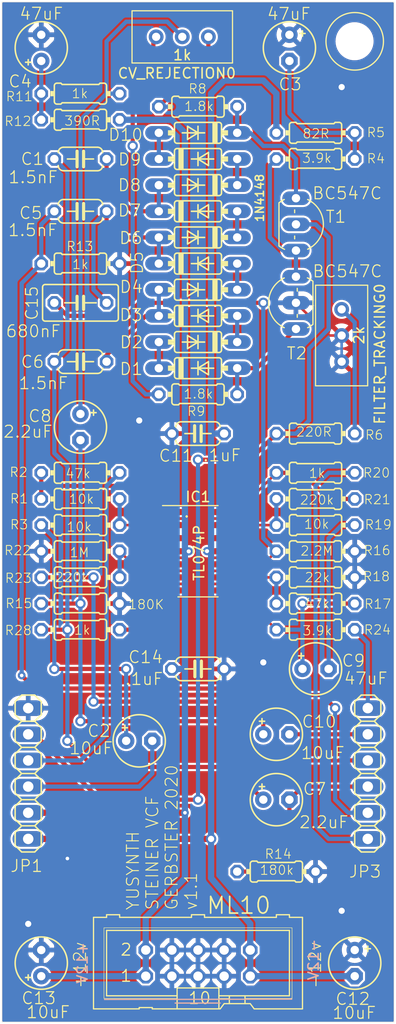
<source format=kicad_pcb>
(kicad_pcb (version 20211014) (generator pcbnew)
  (layers (0 "F.Cu" signal) (31 "B.Cu" signal) (34 "B.Paste" user) (35 "F.Paste" user) (36 "B.SilkS" user "B.Silkscreen") (37 "F.SilkS" user "F.Silkscreen") (38 "B.Mask" user) (39 "F.Mask" user) (44 "Edge.Cuts" user))
  (net 0 "")
  (net 1 "-12V")
  (net 2 "+12V")
  (net 3 "GND")
  (net 4 "Net-(C1-Pad1)")
  (net 5 "Net-(C1-Pad2)")
  (net 6 "Net-(C2-Pad+)")
  (net 7 "/M_AUDIO_IN")
  (net 8 "Net-(C3-Pad-)")
  (net 9 "Net-(C4-Pad+)")
  (net 10 "Net-(C15-Pad1)")
  (net 11 "/M_HP_IN")
  (net 12 "Net-(C6-Pad1)")
  (net 13 "/M_BP_IN")
  (net 14 "Net-(C8-Pad+)")
  (net 15 "/M_LP_IN")
  (net 16 "Net-(C9-Pad+)")
  (net 17 "Net-(C9-Pad-)")
  (net 18 "Net-(C10-Pad+)")
  (net 19 "/M_RES_B")
  (net 20 "Net-(C15-Pad2)")
  (net 21 "Net-(D1-PadA)")
  (net 22 "Net-(D1-PadC)")
  (net 23 "Net-(D2-PadC)")
  (net 24 "Net-(D4-PadC)")
  (net 25 "Net-(D6-PadC)")
  (net 26 "Net-(D8-PadC)")
  (net 27 "Net-(D10-PadA)")
  (net 28 "Net-(D10-PadC)")
  (net 29 "Net-(IC1-Pad1)")
  (net 30 "Net-(IC1-Pad2)")
  (net 31 "Net-(IC1-Pad5)")
  (net 32 "Net-(IC1-Pad6)")
  (net 33 "Net-(IC1-Pad9)")
  (net 34 "Net-(IC1-Pad13)")
  (net 35 "Net-(IC1-Pad14)")
  (net 36 "/M_SELECT_IN")
  (net 37 "/M_CV_IN")
  (net 38 "/M_RES_A")
  (net 39 "/M_AUDIO_OUT")
  (net 40 "Net-(R4-Pad2)")
  (net 41 "Net-(FILTER_TRACKING0-Pad3)")
  (net 42 "Net-(R8-Pad2)")
  (net 43 "Net-(CV_REJECTION0-Pad3)")
  (footprint "mainboard:0204_7" (layer "F.Cu") (at 159.9311 108.8136 180)
    (fp_text reference "R16")
    (fp_text value "2.2M")
  )
  (footprint "mainboard:0204_7" (layer "F.Cu") (at 137.0711 80.8736 180)
    (fp_text reference "R13")
    (fp_text value "1k")
  )
  (footprint "mainboard:0204_7" (layer "F.Cu") (at 148.5011 93.5736 180)
    (fp_text reference "R9")
    (fp_text value "1.8k")
  )
  (footprint "mainboard:E2,5-5" (layer "F.Cu") (at 159.9311 120.2436)
    (fp_text reference "C9")
    (fp_text value "47uF")
  )
  (footprint "MountingHole:MountingHole_3.2mm_M3" (layer "F.Cu") (at 163.725 59.275)
    (fp_text reference "REF**" hide)
    (fp_text value "MountingHole_3.2mm_M3" hide)
  )
  (footprint "mainboard:E2,5-5" (layer "F.Cu") (at 133.2611 59.9186 90)
    (fp_text reference "C4")
    (fp_text value "47uF")
  )
  (footprint "mainboard:0204_7" (layer "F.Cu") (at 159.9311 68.1736)
    (fp_text reference "R5")
    (fp_text value "82R")
  )
  (footprint "mainboard:DO35-7" (layer "F.Cu") (at 148.5011 80.8736)
    (fp_text reference "D5")
    (fp_text value "1N4148DO35-7" hide)
  )
  (footprint "mainboard:0204_7" (layer "F.Cu") (at 137.0711 116.4336)
    (fp_text reference "R28")
    (fp_text value "1k")
  )
  (footprint "Potentiometer_THT:Potentiometer_Bourns_3296W_Vertical" (layer "F.Cu") (at 149.5111 58.8486)
    (fp_text reference "CV_REJECTION0")
    (fp_text value "1k")
  )
  (footprint "mainboard:DO35-7" (layer "F.Cu") (at 148.5011 70.7136)
    (fp_text reference "D9")
    (fp_text value "1N4148DO35-7" hide)
  )
  (footprint "mainboard:DO35-7" (layer "F.Cu") (at 148.5011 88.4936 180)
    (fp_text reference "D2")
    (fp_text value "1N4148DO35-7" hide)
  )
  (footprint "mainboard:DO35-7" (layer "F.Cu") (at 148.5011 73.2536 180)
    (fp_text reference "D8")
    (fp_text value "1N4148DO35-7" hide)
  )
  (footprint "mainboard:0204_7" (layer "F.Cu") (at 159.9311 111.3536 180)
    (fp_text reference "R18")
    (fp_text value "22k")
  )
  (footprint "mainboard:DO35-7" (layer "F.Cu") (at 148.5011 68.1736 180)
    (fp_text reference "D10")
    (fp_text value "1N4148DO35-7" hide)
  )
  (footprint "Package_SO:SOIC-14_3.9x8.7mm_P1.27mm" (layer "F.Cu") (at 148.5011 108.8136)
    (fp_text reference "IC1")
    (fp_text value "TL074P")
  )
  (footprint "mainboard:0204_7" (layer "F.Cu") (at 159.9311 116.4336)
    (fp_text reference "R24")
    (fp_text value "3.9k")
  )
  (footprint "mainboard:0204_7" (layer "F.Cu") (at 159.9311 103.7336)
    (fp_text reference "R21")
    (fp_text value "220k")
  )
  (footprint "mainboard:0204_7" (layer "F.Cu") (at 137.0711 103.7336 180)
    (fp_text reference "R1")
    (fp_text value "10k")
  )
  (footprint "mainboard:0204_7" (layer "F.Cu") (at 159.9311 97.3836 180)
    (fp_text reference "R6")
    (fp_text value "220R")
  )
  (footprint "mainboard:C050-024X044" (layer "F.Cu") (at 137.0711 70.7136 180)
    (fp_text reference "C1")
    (fp_text value "1.5nF")
  )
  (footprint "mainboard:0204_7" (layer "F.Cu") (at 137.0711 108.8136)
    (fp_text reference "R22")
    (fp_text value "1M")
  )
  (footprint "mainboard:0204_7" (layer "F.Cu") (at 148.5011 65.6336 180)
    (fp_text reference "R8")
    (fp_text value "1.8k")
  )
  (footprint "mainboard:0204_7" (layer "F.Cu") (at 137.0711 113.8936 180)
    (fp_text reference "R15")
    (fp_text value "180K")
  )
  (footprint "mainboard:C050-035X075" (layer "F.Cu") (at 137.0711 84.6836 180)
    (fp_text reference "C15")
    (fp_text value "680nF")
  )
  (footprint "mainboard:E2,5-5" (layer "F.Cu") (at 137.0711 96.7486 -90)
    (fp_text reference "C8")
    (fp_text value "2.2uF")
  )
  (footprint "mainboard:DO35-7" (layer "F.Cu") (at 148.5011 91.0336)
    (fp_text reference "D1")
    (fp_text value "1N4148DO35-7" hide)
  )
  (footprint "mainboard:0204_7" (layer "F.Cu") (at 137.0711 111.3536 180)
    (fp_text reference "R23")
    (fp_text value "220k")
  )
  (footprint "mainboard:0204_7" (layer "F.Cu") (at 159.9311 113.8936)
    (fp_text reference "R17")
    (fp_text value "47k")
  )
  (footprint "mainboard:0204_7" (layer "F.Cu") (at 137.0711 106.2736)
    (fp_text reference "R3")
    (fp_text value "10k")
  )
  (footprint "mainboard:E2,5-5" (layer "F.Cu") (at 163.7411 148.8186 -90)
    (fp_text reference "C12")
    (fp_text value "10uF")
  )
  (footprint "mainboard:0204_7" (layer "F.Cu") (at 156.1211 139.9286 180)
    (fp_text reference "R14")
    (fp_text value "180k")
  )
  (footprint "mainboard:E2,5-5" (layer "F.Cu") (at 133.2611 148.8186 90)
    (fp_text reference "C13")
    (fp_text value "10uF")
  )
  (footprint "mainboard:C050-024X044" (layer "F.Cu") (at 137.0711 75.7936 180)
    (fp_text reference "C5")
    (fp_text value "1.5nF")
  )
  (footprint "mainboard:1X06" (layer "F.Cu") (at 131.9911 130.4036 90)
    (fp_text reference "JP1")
    (fp_text value "PINHD-1X6" hide)
  )
  (footprint "mainboard:0204_7" (layer "F.Cu") (at 159.9311 70.7136 180)
    (fp_text reference "R4")
    (fp_text value "3.9k")
  )
  (footprint "mainboard:C050-024X044" (layer "F.Cu") (at 137.0711 90.3986 180)
    (fp_text reference "C6")
    (fp_text value "1.5nF")
  )
  (footprint "mainboard:0204_7" (layer "F.Cu") (at 159.9311 106.2736 180)
    (fp_text reference "R19")
    (fp_text value "10k")
  )
  (footprint "mainboard:C050-024X044" (layer "F.Cu") (at 148.5011 97.3836 180)
    (fp_text reference "C11")
    (fp_text value ".1uF")
  )
  (footprint "mainboard:0204_7" (layer "F.Cu") (at 137.0711 64.3636 180)
    (fp_text reference "R11")
    (fp_text value "1k")
  )
  (footprint "mainboard:C050-024X044" (layer "F.Cu") (at 148.5011 120.2436)
    (fp_text reference "C14")
    (fp_text value ".1uF")
  )
  (footprint "mainboard:DO35-7" (layer "F.Cu") (at 148.5011 75.7936)
    (fp_text reference "D7")
    (fp_text value "1N4148DO35-7" hide)
  )
  (footprint "mainboard:DO35-7" (layer "F.Cu") (at 148.5011 83.4136 180)
    (fp_text reference "D4")
    (fp_text value "1N4148DO35-7" hide)
  )
  (footprint "mainboard:E2,5-5" (layer "F.Cu") (at 156.1211 126.5936)
    (fp_text reference "C10")
    (fp_text value "10uF")
  )
  (footprint "mainboard:E2,5-5" (layer "F.Cu") (at 156.1211 132.9436)
    (fp_text reference "C7")
    (fp_text value "2.2uF")
  )
  (footprint "mainboard:E2,5-5" (layer "F.Cu") (at 157.3911 59.9186 -90)
    (fp_text reference "C3")
    (fp_text value "47uF")
  )
  (footprint "mainboard:0204_7" (layer "F.Cu") (at 137.0711 66.9036)
    (fp_text reference "R12")
    (fp_text value "390R")
  )
  (footprint "mainboard:E2,5-5" (layer "F.Cu") (at 142.7861 127.2286)
    (fp_text reference "C2")
    (fp_text value "10uF")
  )
  (footprint "mainboard:0204_7" (layer "F.Cu") (at 137.0711 101.1936)
    (fp_text reference "R2")
    (fp_text value "47k")
  )
  (footprint "mainboard:0204_7" (layer "F.Cu") (at 159.9311 101.1936)
    (fp_text reference "R20")
    (fp_text value "1k")
  )
  (footprint "Potentiometer_THT:Potentiometer_Bourns_3296W_Vertical" (layer "F.Cu") (at 162.4711 90.3986 -90)
    (fp_text reference "FILTER_TRACKING0")
    (fp_text value "2k")
  )
  (footprint "mainboard:DO35-7" (layer "F.Cu") (at 148.5011 78.3336 180)
    (fp_text reference "D6")
    (fp_text value "1N4148DO35-7" hide)
  )
  (footprint "mainboard:TO92-CBE" (layer "F.Cu") (at 158.0261 84.6836 90)
    (fp_text reference "T2")
    (fp_text value "BC547C")
  )
  (footprint "mainboard:ML10" (layer "F.Cu") (at 148.5011 148.8186)
    (fp_text reference "PWR0" hide)
    (fp_text value "ML10")
  )
  (footprint "mainboard:1X06" (layer "F.Cu") (at 165.0111 130.4036 -90)
    (fp_text reference "JP3")
    (fp_text value "PINHD-1X6" hide)
  )
  (footprint "mainboard:DO35-7" (layer "F.Cu") (at 148.5011 85.9536)
    (fp_text reference "D3")
    (fp_text value "1N4148DO35-7" hide)
  )
  (footprint "mainboard:TO92-CBE" (layer "F.Cu") (at 158.0261 77.0636 -90)
    (fp_text reference "T1")
    (fp_text value "BC547C")
  )
  (gr_line (start 139.41 152.35) (end 157.62 152.32) (layer "B.SilkS") (width 0.12))
  (gr_line (start 146.28 152.7) (end 150.66 152.7) (layer "B.SilkS") (width 0.12))
  (gr_circle (center 163.7411 59.2836) (end 166.5351 59.2836) (layer "F.SilkS") (width 0.127) (fill none))
  (gr_line (start 167.5511 55.4736) (end 129.4511 55.4736) (layer "Edge.Cuts") (width 0.05))
  (gr_line (start 167.5511 154.5336) (end 167.5511 55.4736) (layer "Edge.Cuts") (width 0.05))
  (gr_line (start 129.4511 55.4736) (end 129.4511 154.5336) (layer "Edge.Cuts") (width 0.05))
  (gr_line (start 129.4511 154.5336) (end 167.5511 154.5336) (layer "Edge.Cuts") (width 0.05))
  (gr_text "-12V" (at 159.73 148.47 90) (layer "B.SilkS") (effects (font (size 1 1)) (justify mirror)))
  (gr_text "+12V" (at 137.26 148.8 90) (layer "B.SilkS") (effects (font (size 1 1)) (justify mirror)))
  (gr_text "+12v" (at 137.7061 151.3586 90) (layer "F.SilkS") (effects (font (size 1.1684 1.1684) (thickness 0.1016)) (justify left bottom)))
  (gr_text "YUSYNTH\nSTEINER VCF\nGERBSTER 2020\nv1.1" (at 148.5011 143.7386 90) (layer "F.SilkS") (effects (font (size 1.1684 1.1684) (thickness 0.1016)) (justify left bottom)))
  (gr_text "-12v" (at 160.5661 151.3586 90) (layer "F.SilkS") (effects (font (size 1.1684 1.1684) (thickness 0.1016)) (justify left bottom)))
  (gr_text "1N4148" (at 154.5 74.5 90) (layer "F.SilkS") (effects (font (size 0.8 0.8))))
  (gr_text "." (at 147.4 105.025) (layer "F.SilkS") (effects (font (size 1 1))))
  (segment (start 150.9761 108.8136) (end 149.3886 108.8136) (width 0.25) (layer "F.Cu") (net 1))
  (segment (start 149.3886 108.8136) (end 149.375 108.8) (width 0.25) (layer "F.Cu") (net 1))
  (segment (start 131.9911 136.7536) (end 149.7711 136.7536) (width 0.6096) (layer "F.Cu") (net 1))
  (via (at 149.7711 136.7536) (size 1.016) (drill 0.6096) (layers "F.Cu" "B.Cu") (net 1))
  (via (at 149.375 108.8) (size 0.8) (drill 0.4) (layers "F.Cu" "B.Cu") (net 1))
  (segment (start 151.0411 97.3836) (end 149.7711 97.3836) (width 0.6096) (layer "B.Cu") (net 1))
  (segment (start 149.375 108.8) (end 149.7711 108.4039) (width 0.25) (layer "B.Cu") (net 1))
  (segment (start 153.5811 147.5486) (end 153.5811 145.0086) (width 0.6096) (layer "B.Cu") (net 1))
  (segment (start 154.8511 63.0936) (end 156.1211 64.3636) (width 0.6096) (layer "B.Cu") (net 1))
  (segment (start 149.7711 136.7536) (end 149.7711 108.8136) (width 0.6096) (layer "B.Cu") (net 1))
  (segment (start 156.1211 64.3636) (end 156.1211 68.1736) (width 0.6096) (layer "B.Cu") (net 1))
  (segment (start 149.7711 64.3636) (end 151.0411 63.0936) (width 0.6096) (layer "B.Cu") (net 1))
  (segment (start 153.5811 150.0886) (end 153.5811 147.5486) (width 0.6096) (layer "B.Cu") (net 1))
  (segment (start 149.7711 140.5636) (end 153.5811 145.0086) (width 0.6096) (layer "B.Cu") (net 1))
  (segment (start 149.7711 108.8136) (end 149.7711 108.1961) (width 0.6096) (layer "B.Cu") (net 1))
  (segment (start 151.0411 63.0936) (end 154.8511 63.0936) (width 0.6096) (layer "B.Cu") (net 1))
  (segment (start 149.7711 108.1961) (end 149.7711 97.3836) (width 0.6096) (layer "B.Cu") (net 1))
  (segment (start 149.7711 108.4039) (end 149.7711 108.1961) (width 0.25) (layer "B.Cu") (net 1))
  (segment (start 149.7711 97.3836) (end 149.7711 64.3636) (width 0.6096) (layer "B.Cu") (net 1))
  (segment (start 149.7711 140.5636) (end 149.7711 136.7536) (width 0.6096) (layer "B.Cu") (net 1))
  (segment (start 163.7411 150.0886) (end 153.5811 150.0886) (width 0.6096) (layer "B.Cu") (net 1))
  (segment (start 146.0261 108.8136) (end 147.5886 108.8136) (width 0.25) (layer "F.Cu") (net 2))
  (segment (start 131.9911 134.2136) (end 147.2311 134.2136) (width 0.6096) (layer "F.Cu") (net 2))
  (segment (start 147.5886 108.8136) (end 147.6 108.825) (width 0.25) (layer "F.Cu") (net 2))
  (via (at 147.6 108.825) (size 0.8) (drill 0.4) (layers "F.Cu" "B.Cu") (net 2))
  (via (at 147.2311 134.2136) (size 0.7564) (drill 0.35) (layers "F.Cu" "B.Cu") (net 2))
  (segment (start 145.9611 120.2436) (end 147.2311 120.2436) (width 0.6096) (layer "B.Cu") (net 2))
  (segment (start 147.6 108.825) (end 147.6 108.6378) (width 0.25) (layer "B.Cu") (net 2))
  (segment (start 143.4211 144.3736) (end 147.2311 140.5636) (width 0.6096) (layer "B.Cu") (net 2))
  (segment (start 143.4211 147.5486) (end 143.4211 144.3736) (width 0.6096) (layer "B.Cu") (net 2))
  (segment (start 147.2311 108.8136) (end 147.2311 108.2689) (width 0.6096) (layer "B.Cu") (net 2))
  (segment (start 147.2311 120.2436) (end 147.2311 108.8136) (width 0.6096) (layer "B.Cu") (net 2))
  (segment (start 145.9611 66.9036) (end 140.8811 66.9036) (width 0.6096) (layer "B.Cu") (net 2))
  (segment (start 147.2311 134.2136) (end 147.2311 120.2436) (width 0.6096) (layer "B.Cu") (net 2))
  (segment (start 147.2311 140.5636) (end 147.2311 134.2136) (width 0.6096) (layer "B.Cu") (net 2))
  (segment (start 147.6 108.6378) (end 147.2311 108.2689) (width 0.25) (layer "B.Cu") (net 2))
  (segment (start 143.4211 150.0886) (end 143.4211 147.5486) (width 0.6096) (layer "B.Cu") (net 2))
  (segment (start 147.2311 68.1736) (end 145.9611 66.9036) (width 0.6096) (layer "B.Cu") (net 2))
  (segment (start 147.2311 108.2689) (end 147.2311 68.1736) (width 0.6096) (layer "B.Cu") (net 2))
  (segment (start 133.2611 150.0886) (end 143.4211 150.0886) (width 0.6096) (layer "B.Cu") (net 2))
  (segment (start 161.2011 87.8586) (end 158.0261 84.6836) (width 0.25) (layer "F.Cu") (net 3))
  (segment (start 162.4711 87.8586) (end 161.2011 87.8586) (width 0.25) (layer "F.Cu") (net 3))
  (via (at 162.4711 63.7286) (size 1.0064) (drill 0.6) (layers "F.Cu" "B.Cu") (net 3))
  (via (at 154.8511 119.6086) (size 1.0064) (drill 0.6) (layers "F.Cu" "B.Cu") (net 3))
  (via (at 135.8011 138.6586) (size 0.7564) (drill 0.35) (layers "F.Cu" "B.Cu") (net 3))
  (via (at 162.4711 143.7386) (size 1.0064) (drill 0.6) (layers "F.Cu" "B.Cu") (net 3))
  (via (at 131.9911 145.0086) (size 1.0064) (drill 0.6) (layers "F.Cu" "B.Cu") (net 3))
  (via (at 142.7861 96.1136) (size 1.0064) (drill 0.6) (layers "F.Cu" "B.Cu") (net 3))
  (segment (start 162.4711 90.3986) (end 162.4711 87.8586) (width 0.25) (layer "B.Cu") (net 3))
  (segment (start 139.6111 73.2536) (end 139.6111 70.7136) (width 0.4064) (layer "F.Cu") (net 4))
  (segment (start 144.6911 75.7936) (end 142.1511 75.7936) (width 0.4064) (layer "F.Cu") (net 4))
  (segment (start 142.1511 75.7936) (end 139.6111 73.2536) (width 0.4064) (layer "F.Cu") (net 4))
  (segment (start 144.6911 73.2536) (end 144.6911 75.7936) (width 0.4064) (layer "B.Cu") (net 4))
  (segment (start 135.8011 127.2286) (end 138.3411 129.7686) (width 0.4064) (layer "F.Cu") (net 5))
  (segment (start 138.3411 129.7686) (end 151.6761 129.7686) (width 0.4064) (layer "F.Cu") (net 5))
  (segment (start 133.2611 116.4336) (end 135.8011 116.4336) (width 0.4064) (layer "F.Cu") (net 5))
  (segment (start 151.6761 129.7686) (end 154.8511 132.9436) (width 0.4064) (layer "F.Cu") (net 5))
  (via (at 135.8011 116.4336) (size 1.0064) (drill 0.6) (layers "F.Cu" "B.Cu") (net 5))
  (via (at 135.8011 127.2286) (size 1.0064) (drill 0.6) (layers "F.Cu" "B.Cu") (net 5))
  (segment (start 135.8011 100.5586) (end 135.8011 116.4336) (width 0.4064) (layer "B.Cu") (net 5))
  (segment (start 134.5311 70.7136) (end 135.8011 71.9836) (width 0.4064) (layer "B.Cu") (net 5))
  (segment (start 134.5311 90.3986) (end 134.5311 99.2886) (width 0.4064) (layer "B.Cu") (net 5))
  (segment (start 135.8011 89.1286) (end 134.5311 90.3986) (width 0.4064) (layer "B.Cu") (net 5))
  (segment (start 134.5311 99.2886) (end 135.8011 100.5586) (width 0.4064) (layer "B.Cu") (net 5))
  (segment (start 135.8011 71.9836) (end 135.8011 89.1286) (width 0.4064) (layer "B.Cu") (net 5))
  (segment (start 135.8011 116.4336) (end 135.8011 127.2286) (width 0.4064) (layer "B.Cu") (net 5))
  (segment (start 134.5311 120.2436) (end 141.5161 120.2436) (width 0.4064) (layer "F.Cu") (net 6))
  (via (at 134.5311 120.2436) (size 1.0064) (drill 0.6) (layers "F.Cu" "B.Cu") (net 6))
  (via (at 141.5161 120.2436) (size 1.0064) (drill 0.6) (layers "F.Cu" "B.Cu") (net 6))
  (segment (start 141.5161 120.2436) (end 141.5161 127.2286) (width 0.4064) (layer "B.Cu") (net 6))
  (segment (start 134.5311 107.5436) (end 134.5311 120.2436) (width 0.4064) (layer "B.Cu") (net 6))
  (segment (start 133.2611 106.2736) (end 134.5311 107.5436) (width 0.4064) (layer "B.Cu") (net 6))
  (segment (start 142.7861 131.6736) (end 144.0561 130.4036) (width 0.4064) (layer "B.Cu") (net 7))
  (segment (start 131.9911 131.6736) (end 142.7861 131.6736) (width 0.4064) (layer "B.Cu") (net 7))
  (segment (start 144.0561 130.4036) (end 144.0561 127.2286) (width 0.4064) (layer "B.Cu") (net 7))
  (segment (start 163.7411 70.7136) (end 163.7411 68.1736) (width 0.4064) (layer "B.Cu") (net 8))
  (segment (start 159.2961 68.1736) (end 157.3911 66.2686) (width 0.4064) (layer "B.Cu") (net 8))
  (segment (start 157.3911 66.2686) (end 157.3911 61.1886) (width 0.4064) (layer "B.Cu") (net 8))
  (segment (start 163.7411 68.1736) (end 159.2961 68.1736) (width 0.4064) (layer "B.Cu") (net 8))
  (segment (start 133.2611 65.6336) (end 133.2611 66.9036) (width 0.4064) (layer "B.Cu") (net 9))
  (segment (start 133.2611 61.1886) (end 133.2611 66.9036) (width 0.4064) (layer "B.Cu") (net 9))
  (segment (start 133.2611 66.9036) (end 133.2611 64.3636) (width 0.4064) (layer "B.Cu") (net 9))
  (segment (start 139.6111 77.0636) (end 139.6111 75.7936) (width 0.4064) (layer "F.Cu") (net 10))
  (segment (start 144.6911 78.3336) (end 140.8811 78.3336) (width 0.4064) (layer "F.Cu") (net 10))
  (segment (start 140.8811 78.3336) (end 139.6111 77.0636) (width 0.4064) (layer "F.Cu") (net 10))
  (segment (start 138.3411 77.0636) (end 139.6111 75.7936) (width 0.4064) (layer "B.Cu") (net 10))
  (segment (start 138.3411 83.4136) (end 138.3411 77.0636) (width 0.4064) (layer "B.Cu") (net 10))
  (segment (start 139.6111 84.6836) (end 138.3411 83.4136) (width 0.4064) (layer "B.Cu") (net 10))
  (segment (start 144.6911 78.3336) (end 144.6911 80.8736) (width 0.4064) (layer "B.Cu") (net 10))
  (segment (start 154.2161 122.7836) (end 153.5811 122.1486) (width 0.4064) (layer "F.Cu") (net 11))
  (segment (start 132.6261 122.1486) (end 131.3561 120.8786) (width 0.4064) (layer "F.Cu") (net 11))
  (segment (start 153.5811 122.1486) (end 132.6261 122.1486) (width 0.4064) (layer "F.Cu") (net 11))
  (segment (start 161.8361 124.0536) (end 160.5661 122.7836) (width 0.4064) (layer "F.Cu") (net 11))
  (segment (start 154.2161 122.7836) (end 160.5661 122.7836) (width 0.4064) (layer "F.Cu") (net 11))
  (via (at 161.8361 124.0536) (size 1.0064) (drill 0.6) (layers "F.Cu" "B.Cu") (net 11))
  (via (at 131.3561 120.8786) (size 0.7564) (drill 0.35) (layers "F.Cu" "B.Cu") (net 11))
  (segment (start 131.3561 82.7786) (end 133.2611 80.8736) (width 0.4064) (layer "B.Cu") (net 11))
  (segment (start 161.8361 132.9436) (end 161.8361 124.0536) (width 0.4064) (layer "B.Cu") (net 11))
  (segment (start 163.1061 134.2136) (end 161.8361 132.9436) (width 0.4064) (layer "B.Cu") (net 11))
  (segment (start 133.2611 80.8736) (end 133.2611 77.0636) (width 0.4064) (layer "B.Cu") (net 11))
  (segment (start 165.0111 134.2136) (end 163.1061 134.2136) (width 0.4064) (layer "B.Cu") (net 11))
  (segment (start 133.2611 77.0636) (end 134.5311 75.7936) (width 0.4064) (layer "B.Cu") (net 11))
  (segment (start 131.3561 82.7786) (end 131.3561 120.8786) (width 0.4064) (layer "B.Cu") (net 11))
  (segment (start 143.4211 85.9536) (end 144.6911 85.9536) (width 0.4064) (layer "F.Cu") (net 12))
  (segment (start 139.6111 89.7636) (end 143.4211 85.9536) (width 0.4064) (layer "F.Cu") (net 12))
  (segment (start 139.6111 90.3986) (end 139.6111 89.7636) (width 0.4064) (layer "F.Cu") (net 12))
  (segment (start 144.6911 83.4136) (end 144.6911 85.9536) (width 0.4064) (layer "B.Cu") (net 12))
  (segment (start 157.3911 132.9436) (end 158.6611 131.6736) (width 0.4064) (layer "F.Cu") (net 13))
  (segment (start 157.3911 138.6586) (end 156.1211 139.9286) (width 0.4064) (layer "F.Cu") (net 13))
  (segment (start 158.6611 131.6736) (end 165.0111 131.6736) (width 0.4064) (layer "F.Cu") (net 13))
  (segment (start 157.3911 132.9436) (end 157.3911 138.6586) (width 0.4064) (layer "F.Cu") (net 13))
  (segment (start 156.1211 139.9286) (end 152.3111 139.9286) (width 0.4064) (layer "F.Cu") (net 13))
  (segment (start 137.0711 66.9036) (end 137.0711 95.4786) (width 0.4064) (layer "B.Cu") (net 14))
  (segment (start 141.5161 57.3786) (end 139.6111 59.2836) (width 0.4064) (layer "B.Cu") (net 14))
  (segment (start 139.6111 64.3636) (end 137.0711 66.9036) (width 0.4064) (layer "B.Cu") (net 14))
  (segment (start 139.6111 59.2836) (end 139.6111 64.3636) (width 0.4064) (layer "B.Cu") (net 14))
  (segment (start 141.5161 57.3786) (end 145.5011 57.3786) (width 0.4064) (layer "B.Cu") (net 14))
  (segment (start 145.5011 57.3786) (end 146.9711 58.8486) (width 0.4064) (layer "B.Cu") (net 14))
  (segment (start 140.8811 64.3636) (end 139.6111 64.3636) (width 0.4064) (layer "B.Cu") (net 14))
  (segment (start 154.2161 129.1336) (end 165.0111 129.1336) (width 0.4064) (layer "F.Cu") (net 15))
  (segment (start 137.0711 113.8936) (end 133.2611 113.8936) (width 0.4064) (layer "F.Cu") (net 15))
  (segment (start 150.4061 125.3236) (end 154.2161 129.1336) (width 0.4064) (layer "F.Cu") (net 15))
  (segment (start 137.0711 125.3236) (end 150.4061 125.3236) (width 0.4064) (layer "F.Cu") (net 15))
  (via (at 137.0711 113.8936) (size 1.0064) (drill 0.6) (layers "F.Cu" "B.Cu") (net 15))
  (via (at 137.0711 125.3236) (size 1.0064) (drill 0.6) (layers "F.Cu" "B.Cu") (net 15))
  (segment (start 137.0711 113.8936) (end 137.0711 125.3236) (width 0.4064) (layer "B.Cu") (net 15))
  (segment (start 137.0711 98.0186) (end 137.0711 113.8936) (width 0.4064) (layer "B.Cu") (net 15))
  (segment (start 152.3111 112.6236) (end 156.1211 116.4336) (width 0.25) (layer "F.Cu") (net 16))
  (segment (start 163.7411 113.8936) (end 158.6611 113.8936) (width 0.4064) (layer "F.Cu") (net 16))
  (segment (start 150.9761 112.6236) (end 152.3111 112.6236) (width 0.25) (layer "F.Cu") (net 16))
  (via (at 158.6611 113.8936) (size 1.0064) (drill 0.6) (layers "F.Cu" "B.Cu") (net 16))
  (segment (start 158.6611 116.4336) (end 158.6611 113.8936) (width 0.4064) (layer "B.Cu") (net 16))
  (segment (start 156.1211 116.4336) (end 158.6611 116.4336) (width 0.4064) (layer "B.Cu") (net 16))
  (segment (start 158.6611 120.2436) (end 158.6611 116.4336) (width 0.4064) (layer "B.Cu") (net 16))
  (segment (start 162.4711 106.2736) (end 163.7411 106.2736) (width 0.4064) (layer "B.Cu") (net 17))
  (segment (start 161.2011 107.5436) (end 162.4711 106.2736) (width 0.4064) (layer "B.Cu") (net 17))
  (segment (start 161.2011 120.2436) (end 161.2011 107.5436) (width 0.4064) (layer "B.Cu") (net 17))
  (segment (start 152.9461 123.4186) (end 154.8511 125.3236) (width 0.4064) (layer "F.Cu") (net 18))
  (segment (start 138.3411 123.4186) (end 152.9461 123.4186) (width 0.4064) (layer "F.Cu") (net 18))
  (segment (start 154.8511 125.3236) (end 154.8511 126.5936) (width 0.4064) (layer "F.Cu") (net 18))
  (segment (start 133.2611 111.3536) (end 138.3411 111.3536) (width 0.4064) (layer "F.Cu") (net 18))
  (via (at 138.3411 111.3536) (size 1.0064) (drill 0.6) (layers "F.Cu" "B.Cu") (net 18))
  (via (at 138.3411 123.4186) (size 1.0064) (drill 0.6) (layers "F.Cu" "B.Cu") (net 18))
  (segment (start 138.3411 111.3536) (end 138.3411 123.4186) (width 0.4064) (layer "B.Cu") (net 18))
  (segment (start 157.3911 126.5936) (end 165.0111 126.5936) (width 0.4064) (layer "F.Cu") (net 19))
  (segment (start 154.8511 84.6836) (end 142.7861 84.6836) (width 0.4064) (layer "F.Cu") (net 20))
  (segment (start 150.9761 110.0836) (end 154.8511 110.0836) (width 0.25) (layer "F.Cu") (net 20))
  (segment (start 154.8511 110.0836) (end 156.1211 108.8136) (width 0.25) (layer "F.Cu") (net 20))
  (segment (start 142.7861 84.6836) (end 141.5161 85.9536) (width 0.4064) (layer "F.Cu") (net 20))
  (segment (start 135.8011 85.9536) (end 134.5311 84.6836) (width 0.4064) (layer "F.Cu") (net 20))
  (segment (start 141.5161 85.9536) (end 135.8011 85.9536) (width 0.4064) (layer "F.Cu") (net 20))
  (via (at 154.8511 84.6836) (size 1.0064) (drill 0.6) (layers "F.Cu" "B.Cu") (net 20))
  (segment (start 156.1211 108.8136) (end 154.8511 107.5436) (width 0.4064) (layer "B.Cu") (net 20))
  (segment (start 154.8511 107.5436) (end 154.8511 84.6836) (width 0.4064) (layer "B.Cu") (net 20))
  (segment (start 152.3111 91.0336) (end 154.2161 91.0336) (width 0.4064) (layer "F.Cu") (net 21))
  (segment (start 154.2161 91.0336) (end 158.0261 87.2236) (width 0.4064) (layer "F.Cu") (net 21))
  (segment (start 152.3111 93.5736) (end 152.3111 91.0336) (width 0.4064) (layer "B.Cu") (net 21))
  (segment (start 144.6911 88.4936) (end 144.6911 91.0336) (width 0.4064) (layer "B.Cu") (net 22))
  (segment (start 152.3111 88.4936) (end 152.3111 85.9536) (width 0.4064) (layer "B.Cu") (net 23))
  (segment (start 152.3111 83.4136) (end 152.3111 80.8736) (width 0.4064) (layer "B.Cu") (net 24))
  (segment (start 152.3111 78.3336) (end 152.3111 75.7936) (width 0.4064) (layer "B.Cu") (net 25))
  (segment (start 152.3111 73.2536) (end 152.3111 70.7136) (width 0.4064) (layer "B.Cu") (net 26))
  (segment (start 144.6911 68.1736) (end 144.6911 70.7136) (width 0.4064) (layer "B.Cu") (net 27))
  (segment (start 158.0261 74.5236) (end 158.0261 70.7136) (width 0.4064) (layer "B.Cu") (net 28))
  (segment (start 153.5811 68.1736) (end 152.3111 68.1736) (width 0.4064) (layer "B.Cu") (net 28))
  (segment (start 154.8511 69.4436) (end 153.5811 68.1736) (width 0.4064) (layer "B.Cu") (net 28))
  (segment (start 152.3111 65.6336) (end 152.3111 68.1736) (width 0.4064) (layer "B.Cu") (net 28))
  (segment (start 156.7561 69.4436) (end 154.8511 69.4436) (width 0.4064) (layer "B.Cu") (net 28))
  (segment (start 158.0261 70.7136) (end 156.7561 69.4436) (width 0.4064) (layer "B.Cu") (net 28))
  (segment (start 133.2611 102.4636) (end 133.2611 103.7336) (width 0.4064) (layer "F.Cu") (net 29))
  (segment (start 144.6911 105.0036) (end 142.1511 102.4636) (width 0.25) (layer "F.Cu") (net 29))
  (segment (start 142.1511 102.4636) (end 133.2611 102.4636) (width 0.4064) (layer "F.Cu") (net 29))
  (segment (start 146.0261 105.0036) (end 144.6911 105.0036) (width 0.25) (layer "F.Cu") (net 29))
  (segment (start 133.2611 101.1936) (end 133.2611 102.4636) (width 0.4064) (layer "F.Cu") (net 29))
  (segment (start 146.0261 106.2736) (end 140.8811 106.2736) (width 0.25) (layer "F.Cu") (net 30))
  (segment (start 140.8811 106.2736) (end 140.8811 103.7336) (width 0.4064) (layer "B.Cu") (net 30))
  (segment (start 142.1511 110.0836) (end 140.8811 108.8136) (width 0.25) (layer "F.Cu") (net 31))
  (segment (start 146.0261 110.0836) (end 142.1511 110.0836) (width 0.25) (layer "F.Cu") (net 31))
  (segment (start 140.8811 111.3536) (end 140.8811 108.8136) (width 0.4064) (layer "B.Cu") (net 31))
  (segment (start 140.8811 116.4336) (end 144.6911 116.4336) (width 0.4064) (layer "F.Cu") (net 32))
  (segment (start 146.0261 112.6236) (end 144.6911 113.9586) (width 0.25) (layer "F.Cu") (net 32))
  (segment (start 146.0261 111.3536) (end 146.0261 112.6236) (width 0.25) (layer "F.Cu") (net 32))
  (segment (start 144.6911 113.9586) (end 144.6911 116.4336) (width 0.25) (layer "F.Cu") (net 32))
  (segment (start 150.9761 111.3536) (end 156.1211 111.3536) (width 0.25) (layer "F.Cu") (net 33))
  (segment (start 156.1211 111.3536) (end 156.1211 113.8936) (width 0.4064) (layer "B.Cu") (net 33))
  (segment (start 150.9761 106.2736) (end 156.1211 106.2736) (width 0.25) (layer "F.Cu") (net 34))
  (segment (start 156.1211 106.2736) (end 156.1211 103.7336) (width 0.4064) (layer "B.Cu") (net 34))
  (segment (start 158.6611 101.1936) (end 161.2011 103.7336) (width 0.4064) (layer "F.Cu") (net 35))
  (segment (start 152.3111 105.0036) (end 156.1211 101.1936) (width 0.25) (layer "F.Cu") (net 35))
  (segment (start 156.1211 101.1936) (end 158.6611 101.1936) (width 0.4064) (layer "F.Cu") (net 35))
  (segment (start 150.9761 105.0036) (end 152.3111 105.0036) (width 0.25) (layer "F.Cu") (net 35))
  (segment (start 161.2011 103.7336) (end 163.7411 103.7336) (width 0.4064) (layer "F.Cu") (net 35))
  (segment (start 140.8811 101.1936) (end 139.6111 102.4636) (width 0.4064) (layer "B.Cu") (net 36))
  (segment (start 137.0711 129.1336) (end 131.9911 129.1336) (width 0.4064) (layer "B.Cu") (net 36))
  (segment (start 139.6111 102.4636) (end 139.6111 126.5936) (width 0.4064) (layer "B.Cu") (net 36))
  (segment (start 139.6111 126.5936) (end 137.0711 129.1336) (width 0.4064) (layer "B.Cu") (net 36))
  (segment (start 148.5011 99.9236) (end 153.5811 99.9236) (width 0.4064) (layer "F.Cu") (net 37))
  (segment (start 138.9761 132.9436) (end 132.6261 126.5936) (width 0.4064) (layer "F.Cu") (net 37))
  (segment (start 138.9761 132.9436) (end 148.5011 132.9436) (width 0.4064) (layer "F.Cu") (net 37))
  (segment (start 153.5811 99.9236) (end 156.1211 97.3836) (width 0.4064) (layer "F.Cu") (net 37))
  (segment (start 132.6261 126.5936) (end 131.9911 126.5936) (width 0.4064) (layer "F.Cu") (net 37))
  (via (at 148.5011 99.9236) (size 1.0064) (drill 0.6) (layers "F.Cu" "B.Cu") (net 37))
  (via (at 148.5011 132.9436) (size 1.0064) (drill 0.6) (layers "F.Cu" "B.Cu") (net 37))
  (segment (start 156.1211 97.3836) (end 158.0261 97.3836) (width 0.4064) (layer "B.Cu") (net 37))
  (segment (start 159.9311 77.0636) (end 158.0261 77.0636) (width 0.4064) (layer "B.Cu") (net 37))
  (segment (start 161.2011 87.2236) (end 161.2011 78.3336) (width 0.4064) (layer "B.Cu") (net 37))
  (segment (start 159.2961 96.1136) (end 159.2961 89.1286) (width 0.4064) (layer "B.Cu") (net 37))
  (segment (start 161.2011 78.3336) (end 159.9311 77.0636) (width 0.4064) (layer "B.Cu") (net 37))
  (segment (start 159.2961 89.1286) (end 161.2011 87.2236) (width 0.4064) (layer "B.Cu") (net 37))
  (segment (start 159.2961 96.1136) (end 158.0261 97.3836) (width 0.4064) (layer "B.Cu") (net 37))
  (segment (start 148.5011 132.9436) (end 148.5011 99.9236) (width 0.4064) (layer "B.Cu") (net 37))
  (segment (start 165.0111 117.7036) (end 163.7411 116.4336) (width 0.4064) (layer "B.Cu") (net 38))
  (segment (start 165.0111 124.0536) (end 165.0111 117.7036) (width 0.4064) (layer "B.Cu") (net 38))
  (segment (start 159.9311 135.4836) (end 161.2011 136.7536) (width 0.4064) (layer "B.Cu") (net 39))
  (segment (start 159.9311 102.4636) (end 159.9311 135.4836) (width 0.4064) (layer "B.Cu") (net 39))
  (segment (start 161.2011 136.7536) (end 165.0111 136.7536) (width 0.4064) (layer "B.Cu") (net 39))
  (segment (start 163.7411 101.1936) (end 161.2011 101.1936) (width 0.4064) (layer "B.Cu") (net 39))
  (segment (start 161.2011 101.1936) (end 159.9311 102.4636) (width 0.4064) (layer "B.Cu") (net 39))
  (segment (start 156.7561 79.6036) (end 158.0261 79.6036) (width 0.4064) (layer "B.Cu") (net 40))
  (segment (start 155.4861 71.3486) (end 155.4861 78.3336) (width 0.4064) (layer "B.Cu") (net 40))
  (segment (start 155.4861 78.3336) (end 156.7561 79.6036) (width 0.4064) (layer "B.Cu") (net 40))
  (segment (start 158.0261 79.6036) (end 158.0261 82.1436) (width 0.4064) (layer "B.Cu") (net 40))
  (segment (start 156.1211 70.7136) (end 155.4861 71.3486) (width 0.4064) (layer "B.Cu") (net 40))
  (segment (start 163.7411 97.3836) (end 163.7411 86.5886) (width 0.4064) (layer "B.Cu") (net 41))
  (segment (start 163.7411 86.5886) (end 162.4711 85.3186) (width 0.4064) (layer "B.Cu") (net 41))
  (segment (start 149.5111 60.8136) (end 149.5111 58.8486) (width 0.4064) (layer "F.Cu") (net 42))
  (segment (start 144.6911 65.6336) (end 149.5111 60.8136) (width 0.4064) (layer "F.Cu") (net 42))
  (segment (start 144.6911 65.6336) (end 145.9611 65.6336) (width 0.4064) (layer "B.Cu") (net 42))
  (segment (start 144.16235 59.81235) (end 144.16235 59.11735) (width 0.4064) (layer "F.Cu") (net 43))
  (segment (start 142.1511 69.4436) (end 142.1511 61.8236) (width 0.4064) (layer "F.Cu") (net 43))
  (segment (start 144.16235 59.11735) (end 144.4311 58.8486) (width 0.4064) (layer "F.Cu") (net 43))
  (segment (start 142.1511 61.8236) (end 144.16235 59.81235) (width 0.4064) (layer "F.Cu") (net 43))
  (via (at 142.1511 69.4436) (size 1.0064) (drill 0.6) (layers "F.Cu" "B.Cu") (net 43))
  (segment (start 144.6911 93.5736) (end 143.4211 93.5736) (width 0.4064) (layer "B.Cu") (net 43))
  (segment (start 142.1511 92.3036) (end 142.1511 69.4436) (width 0.4064) (layer "B.Cu") (net 43))
  (segment (start 143.4211 93.5736) (end 142.1511 92.3036) (width 0.4064) (layer "B.Cu") (net 43))
  (zone (net 3) (net_name "GND") (layer "F.Cu") (priority 6) (connect_pads (clearance 0.000001)) (min_thickness 0.2032) (fill yes (thermal_gap 0.4564) (thermal_bridge_width 0.4564))
    (polygon (pts (xy 167.7543 154.7368) (xy 129.2479 154.7368) (xy 129.2479 55.2704) (xy 167.7543 55.2704)))
  )
  (zone (net 3) (net_name "GND") (layer "B.Cu") (priority 6) (connect_pads (clearance 0.000001)) (min_thickness 0.2032) (fill yes (thermal_gap 0.4564) (thermal_bridge_width 0.4564))
    (polygon (pts (xy 167.7543 154.7368) (xy 129.2479 154.7368) (xy 129.2479 55.2704) (xy 167.7543 55.2704)))
  )
)
</source>
